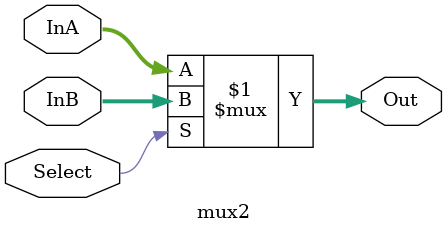
<source format=v>

module mux2 #(parameter n = 32) (Out, InA, InB, Select);
	input 	[n-1:0]	InA, InB;
	input					Select;
	output 	[n-1:0]	Out;
	
	assign Out = Select ? InB : InA;
	
endmodule

</source>
